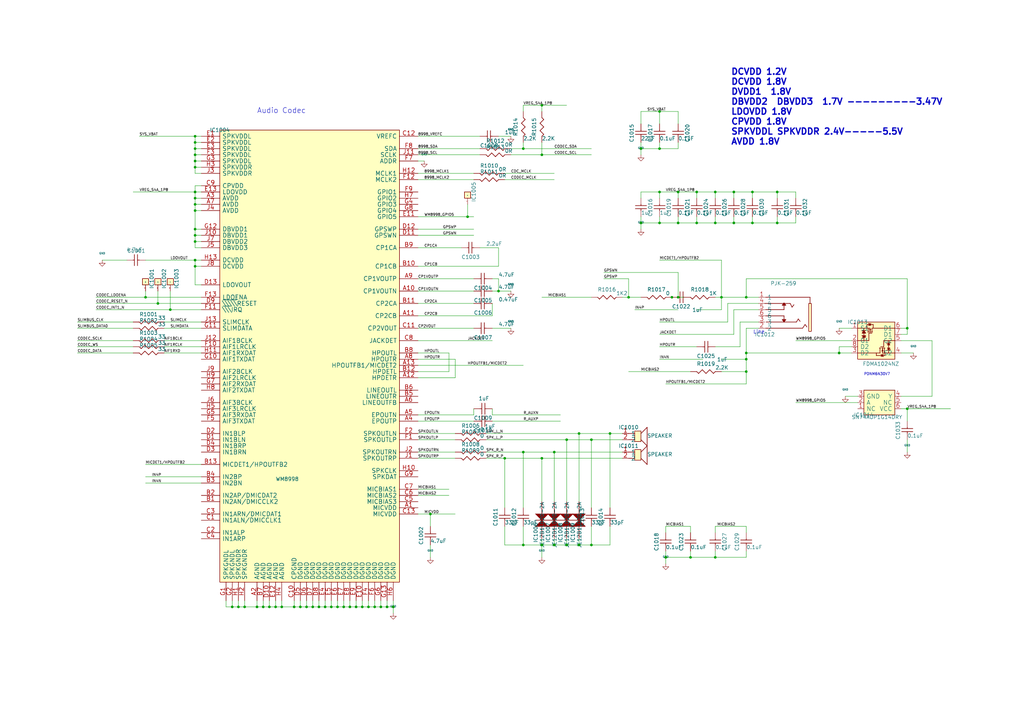
<source format=kicad_sch>
(kicad_sch (version 20211123) (generator eeschema)
  (paper "A3")
  (junction (at 293.37 228.6))
  (junction (at 80.01 83.82))
  (junction (at 232.41 223.52))
  (junction (at 214.63 223.52))
  (junction (at 257.81 121.92))
  (junction (at 59.69 121.92))
  (junction (at 115.57 248.92))
  (junction (at 295.91 121.92))
  (junction (at 306.07 121.92))
  (junction (at 318.77 91.44))
  (junction (at 158.75 248.92))
  (junction (at 270.51 91.44))
  (junction (at 80.01 63.5))
  (junction (at 123.19 248.92))
  (junction (at 214.63 185.42))
  (junction (at 80.01 109.22))
  (junction (at 176.53 210.82))
  (junction (at 156.21 248.92))
  (junction (at 95.25 248.92))
  (junction (at 232.41 180.34))
  (junction (at 130.81 248.92))
  (junction (at 80.01 93.98))
  (junction (at 262.89 91.44))
  (junction (at 204.47 119.38))
  (junction (at 120.65 248.92))
  (junction (at 80.01 81.28))
  (junction (at 262.89 60.96))
  (junction (at 250.19 177.8))
  (junction (at 300.99 91.44))
  (junction (at 222.25 187.96))
  (junction (at 140.97 248.92))
  (junction (at 293.37 91.44))
  (junction (at 270.51 45.72))
  (junction (at 153.67 248.92))
  (junction (at 113.03 248.92))
  (junction (at 138.43 248.92))
  (junction (at 146.05 248.92))
  (junction (at 222.25 63.5))
  (junction (at 133.35 248.92))
  (junction (at 237.49 177.8))
  (junction (at 80.01 60.96))
  (junction (at 372.11 167.64))
  (junction (at 125.73 248.92))
  (junction (at 270.51 78.74))
  (junction (at 285.75 78.74))
  (junction (at 107.95 248.92))
  (junction (at 273.05 228.6))
  (junction (at 270.51 60.96))
  (junction (at 306.07 152.4))
  (junction (at 242.57 223.52))
  (junction (at 80.01 86.36))
  (junction (at 278.13 78.74))
  (junction (at 278.13 91.44))
  (junction (at 227.33 223.52))
  (junction (at 222.25 223.52))
  (junction (at 344.17 144.78))
  (junction (at 105.41 248.92))
  (junction (at 308.61 91.44))
  (junction (at 293.37 78.74))
  (junction (at 64.77 124.46))
  (junction (at 80.01 99.06))
  (junction (at 80.01 66.04))
  (junction (at 143.51 248.92))
  (junction (at 207.01 187.96))
  (junction (at 237.49 223.52))
  (junction (at 135.89 248.92))
  (junction (at 80.01 55.88))
  (junction (at 80.01 68.58))
  (junction (at 283.21 228.6))
  (junction (at 306.07 144.78))
  (junction (at 80.01 58.42))
  (junction (at 151.13 248.92))
  (junction (at 306.07 147.32))
  (junction (at 100.33 248.92))
  (junction (at 191.77 88.9))
  (junction (at 128.27 248.92))
  (junction (at 80.01 106.68))
  (junction (at 227.33 185.42))
  (junction (at 97.79 248.92))
  (junction (at 161.29 248.92))
  (junction (at 318.77 78.74))
  (junction (at 278.13 121.92))
  (junction (at 222.25 43.18))
  (junction (at 242.57 180.34))
  (junction (at 110.49 248.92))
  (junction (at 69.85 127))
  (junction (at 275.59 121.92))
  (junction (at 285.75 91.44))
  (junction (at 300.99 78.74))
  (junction (at 80.01 96.52))
  (junction (at 80.01 78.74))
  (junction (at 372.11 134.62))
  (junction (at 148.59 248.92))
  (junction (at 308.61 78.74))
  (junction (at 214.63 60.96))
  (wire (pts (xy 306.07 226.06) (xy 306.07 228.6)))
  (wire (pts (xy 285.75 88.9) (xy 285.75 91.44)))
  (wire (pts (xy 250.19 177.8) (xy 237.49 177.8)))
  (wire (pts (xy 95.25 248.92) (xy 95.25 246.38)))
  (wire (pts (xy 80.01 86.36) (xy 80.01 93.98)))
  (wire (pts (xy 59.69 198.12) (xy 82.55 198.12)))
  (wire (pts (xy 270.51 142.24) (xy 285.75 142.24)))
  (wire (pts (xy 135.89 248.92) (xy 133.35 248.92)))
  (wire (pts (xy 227.33 220.98) (xy 227.33 223.52)))
  (wire (pts (xy 278.13 45.72) (xy 270.51 45.72)))
  (wire (pts (xy 186.69 210.82) (xy 176.53 210.82)))
  (wire (pts (xy 191.77 88.9) (xy 171.45 88.9)))
  (wire (pts (xy 148.59 248.92) (xy 148.59 246.38)))
  (wire (pts (xy 270.51 147.32) (xy 288.29 147.32)))
  (wire (pts (xy 64.77 124.46) (xy 39.37 124.46)))
  (wire (pts (xy 196.85 101.6) (xy 204.47 101.6)))
  (wire (pts (xy 133.35 248.92) (xy 133.35 246.38)))
  (wire (pts (xy 133.35 248.92) (xy 130.81 248.92)))
  (wire (pts (xy 222.25 58.42) (xy 222.25 63.5)))
  (wire (pts (xy 80.01 68.58) (xy 80.01 66.04)))
  (wire (pts (xy 270.51 137.16) (xy 300.99 137.16)))
  (wire (pts (xy 201.93 124.46) (xy 201.93 129.54)))
  (wire (pts (xy 237.49 177.8) (xy 237.49 205.74)))
  (wire (pts (xy 227.33 223.52) (xy 232.41 223.52)))
  (wire (pts (xy 278.13 60.96) (xy 270.51 60.96)))
  (wire (pts (xy 80.01 68.58) (xy 82.55 68.58)))
  (wire (pts (xy 80.01 101.6) (xy 82.55 101.6)))
  (wire (pts (xy 318.77 78.74) (xy 326.39 78.74)))
  (wire (pts (xy 295.91 147.32) (xy 306.07 147.32)))
  (wire (pts (xy 80.01 55.88) (xy 80.01 58.42)))
  (wire (pts (xy 82.55 127) (xy 69.85 127)))
  (wire (pts (xy 128.27 248.92) (xy 128.27 246.38)))
  (wire (pts (xy 82.55 106.68) (xy 80.01 106.68)))
  (wire (pts (xy 382.27 162.56) (xy 369.57 162.56)))
  (wire (pts (xy 242.57 63.5) (xy 222.25 63.5)))
  (wire (pts (xy 278.13 50.8) (xy 278.13 45.72)))
  (wire (pts (xy 300.99 88.9) (xy 300.99 91.44)))
  (wire (pts (xy 171.45 147.32) (xy 186.69 147.32)))
  (wire (pts (xy 237.49 223.52) (xy 242.57 223.52)))
  (wire (pts (xy 278.13 88.9) (xy 278.13 91.44)))
  (wire (pts (xy 100.33 248.92) (xy 100.33 246.38)))
  (wire (pts (xy 194.31 93.98) (xy 171.45 93.98)))
  (wire (pts (xy 80.01 96.52) (xy 82.55 96.52)))
  (wire (pts (xy 278.13 121.92) (xy 275.59 121.92)))
  (wire (pts (xy 171.45 60.96) (xy 196.85 60.96)))
  (wire (pts (xy 222.25 63.5) (xy 209.55 63.5)))
  (wire (pts (xy 115.57 248.92) (xy 115.57 246.38)))
  (wire (pts (xy 278.13 58.42) (xy 278.13 60.96)))
  (wire (pts (xy 222.25 187.96) (xy 207.01 187.96)))
  (wire (pts (xy 194.31 170.18) (xy 171.45 170.18)))
  (wire (pts (xy 161.29 248.92) (xy 158.75 248.92)))
  (wire (pts (xy 308.61 78.74) (xy 318.77 78.74)))
  (wire (pts (xy 146.05 248.92) (xy 146.05 246.38)))
  (wire (pts (xy 344.17 134.62) (xy 349.25 134.62)))
  (wire (pts (xy 270.51 45.72) (xy 270.51 50.8)))
  (wire (pts (xy 140.97 248.92) (xy 140.97 246.38)))
  (wire (pts (xy 204.47 55.88) (xy 209.55 55.88)))
  (wire (pts (xy 270.51 78.74) (xy 278.13 78.74)))
  (wire (pts (xy 293.37 78.74) (xy 293.37 81.28)))
  (wire (pts (xy 105.41 248.92) (xy 105.41 246.38)))
  (wire (pts (xy 100.33 248.92) (xy 97.79 248.92)))
  (wire (pts (xy 273.05 228.6) (xy 273.05 231.14)))
  (wire (pts (xy 293.37 226.06) (xy 293.37 228.6)))
  (wire (pts (xy 214.63 223.52) (xy 207.01 223.52)))
  (wire (pts (xy 300.99 78.74) (xy 300.99 81.28)))
  (wire (pts (xy 171.45 66.04) (xy 173.99 66.04)))
  (wire (pts (xy 382.27 139.7) (xy 382.27 162.56)))
  (wire (pts (xy 82.55 71.12) (xy 80.01 71.12)))
  (wire (pts (xy 270.51 45.72) (xy 262.89 45.72)))
  (wire (pts (xy 151.13 248.92) (xy 148.59 248.92)))
  (wire (pts (xy 306.07 144.78) (xy 306.07 147.32)))
  (wire (pts (xy 80.01 96.52) (xy 80.01 99.06)))
  (wire (pts (xy 250.19 177.8) (xy 250.19 208.28)))
  (wire (pts (xy 67.31 134.62) (xy 82.55 134.62)))
  (wire (pts (xy 280.67 121.92) (xy 278.13 121.92)))
  (wire (pts (xy 374.65 144.78) (xy 369.57 144.78)))
  (wire (pts (xy 283.21 228.6) (xy 273.05 228.6)))
  (wire (pts (xy 255.27 187.96) (xy 222.25 187.96)))
  (wire (pts (xy 64.77 119.38) (xy 64.77 124.46)))
  (wire (pts (xy 207.01 187.96) (xy 199.39 187.96)))
  (wire (pts (xy 82.55 76.2) (xy 80.01 76.2)))
  (wire (pts (xy 80.01 76.2) (xy 80.01 78.74)))
  (wire (pts (xy 283.21 228.6) (xy 283.21 226.06)))
  (wire (pts (xy 306.07 114.3) (xy 372.11 114.3)))
  (wire (pts (xy 372.11 167.64) (xy 369.57 167.64)))
  (wire (pts (xy 227.33 185.42) (xy 214.63 185.42)))
  (wire (pts (xy 372.11 114.3) (xy 372.11 134.62)))
  (wire (pts (xy 143.51 248.92) (xy 143.51 246.38)))
  (wire (pts (xy 171.45 129.54) (xy 201.93 129.54)))
  (wire (pts (xy 207.01 71.12) (xy 227.33 71.12)))
  (wire (pts (xy 151.13 248.92) (xy 151.13 246.38)))
  (wire (pts (xy 171.45 203.2) (xy 184.15 203.2)))
  (wire (pts (xy 143.51 248.92) (xy 140.97 248.92)))
  (wire (pts (xy 80.01 106.68) (xy 59.69 106.68)))
  (wire (pts (xy 295.91 127) (xy 285.75 127)))
  (wire (pts (xy 270.51 78.74) (xy 270.51 81.28)))
  (wire (pts (xy 326.39 165.1) (xy 351.79 165.1)))
  (wire (pts (xy 92.71 248.92) (xy 92.71 246.38)))
  (wire (pts (xy 285.75 91.44) (xy 278.13 91.44)))
  (wire (pts (xy 194.31 114.3) (xy 171.45 114.3)))
  (wire (pts (xy 120.65 248.92) (xy 115.57 248.92)))
  (wire (pts (xy 120.65 246.38) (xy 120.65 248.92)))
  (wire (pts (xy 107.95 248.92) (xy 105.41 248.92)))
  (wire (pts (xy 293.37 88.9) (xy 293.37 91.44)))
  (wire (pts (xy 300.99 91.44) (xy 293.37 91.44)))
  (wire (pts (xy 80.01 63.5) (xy 80.01 60.96)))
  (wire (pts (xy 207.01 187.96) (xy 207.01 208.28)))
  (wire (pts (xy 306.07 157.48) (xy 273.05 157.48)))
  (wire (pts (xy 214.63 185.42) (xy 199.39 185.42)))
  (wire (pts (xy 369.57 139.7) (xy 382.27 139.7)))
  (wire (pts (xy 247.65 114.3) (xy 257.81 114.3)))
  (wire (pts (xy 262.89 78.74) (xy 270.51 78.74)))
  (wire (pts (xy 113.03 248.92) (xy 113.03 246.38)))
  (wire (pts (xy 344.17 144.78) (xy 306.07 144.78)))
  (wire (pts (xy 207.01 223.52) (xy 207.01 215.9)))
  (wire (pts (xy 214.63 215.9) (xy 214.63 223.52)))
  (wire (pts (xy 158.75 248.92) (xy 156.21 248.92)))
  (wire (pts (xy 232.41 223.52) (xy 237.49 223.52)))
  (wire (pts (xy 31.75 139.7) (xy 54.61 139.7)))
  (wire (pts (xy 295.91 152.4) (xy 306.07 152.4)))
  (wire (pts (xy 255.27 177.8) (xy 250.19 177.8)))
  (wire (pts (xy 138.43 248.92) (xy 135.89 248.92)))
  (wire (pts (xy 80.01 55.88) (xy 57.15 55.88)))
  (wire (pts (xy 80.01 66.04) (xy 82.55 66.04)))
  (wire (pts (xy 295.91 121.92) (xy 293.37 121.92)))
  (wire (pts (xy 306.07 147.32) (xy 306.07 152.4)))
  (wire (pts (xy 176.53 223.52) (xy 176.53 228.6)))
  (wire (pts (xy 130.81 248.92) (xy 130.81 246.38)))
  (wire (pts (xy 186.69 180.34) (xy 171.45 180.34)))
  (wire (pts (xy 308.61 91.44) (xy 300.99 91.44)))
  (wire (pts (xy 199.39 177.8) (xy 237.49 177.8)))
  (wire (pts (xy 31.75 132.08) (xy 54.61 132.08)))
  (wire (pts (xy 306.07 121.92) (xy 295.91 121.92)))
  (wire (pts (xy 80.01 116.84) (xy 82.55 116.84)))
  (wire (pts (xy 59.69 121.92) (xy 39.37 121.92)))
  (wire (pts (xy 201.93 167.64) (xy 201.93 170.18)))
  (wire (pts (xy 270.51 91.44) (xy 262.89 91.44)))
  (wire (pts (xy 191.77 88.9) (xy 191.77 83.82)))
  (wire (pts (xy 67.31 139.7) (xy 82.55 139.7)))
  (wire (pts (xy 273.05 215.9) (xy 283.21 215.9)))
  (wire (pts (xy 171.45 124.46) (xy 194.31 124.46)))
  (wire (pts (xy 82.55 78.74) (xy 80.01 78.74)))
  (wire (pts (xy 222.25 187.96) (xy 222.25 205.74)))
  (wire (pts (xy 82.55 124.46) (xy 64.77 124.46)))
  (wire (pts (xy 123.19 248.92) (xy 123.19 246.38)))
  (wire (pts (xy 283.21 218.44) (xy 283.21 215.9)))
  (wire (pts (xy 186.69 177.8) (xy 171.45 177.8)))
  (wire (pts (xy 326.39 81.28) (xy 326.39 78.74)))
  (wire (pts (xy 148.59 248.92) (xy 146.05 248.92)))
  (wire (pts (xy 232.41 180.34) (xy 199.39 180.34)))
  (wire (pts (xy 273.05 215.9) (xy 273.05 218.44)))
  (wire (pts (xy 232.41 43.18) (xy 222.25 43.18)))
  (wire (pts (xy 194.31 88.9) (xy 191.77 88.9)))
  (wire (pts (xy 242.57 215.9) (xy 242.57 223.52)))
  (wire (pts (xy 186.69 185.42) (xy 171.45 185.42)))
  (wire (pts (xy 262.89 58.42) (xy 262.89 60.96)))
  (wire (pts (xy 161.29 246.38) (xy 161.29 248.92)))
  (wire (pts (xy 237.49 220.98) (xy 237.49 223.52)))
  (wire (pts (xy 107.95 248.92) (xy 107.95 246.38)))
  (wire (pts (xy 300.99 78.74) (xy 308.61 78.74)))
  (wire (pts (xy 262.89 121.92) (xy 257.81 121.92)))
  (wire (pts (xy 158.75 248.92) (xy 158.75 246.38)))
  (wire (pts (xy 262.89 78.74) (xy 262.89 81.28)))
  (wire (pts (xy 194.31 167.64) (xy 194.31 170.18)))
  (wire (pts (xy 82.55 55.88) (xy 80.01 55.88)))
  (wire (pts (xy 306.07 134.62) (xy 306.07 144.78)))
  (wire (pts (xy 80.01 71.12) (xy 80.01 68.58)))
  (wire (pts (xy 204.47 114.3) (xy 204.47 119.38)))
  (wire (pts (xy 242.57 180.34) (xy 242.57 208.28)))
  (wire (pts (xy 262.89 91.44) (xy 262.89 93.98)))
  (wire (pts (xy 273.05 226.06) (xy 273.05 228.6)))
  (wire (pts (xy 303.53 132.08) (xy 311.15 132.08)))
  (wire (pts (xy 184.15 144.78) (xy 171.45 144.78)))
  (wire (pts (xy 344.17 142.24) (xy 344.17 144.78)))
  (wire (pts (xy 186.69 187.96) (xy 171.45 187.96)))
  (wire (pts (xy 306.07 121.92) (xy 306.07 114.3)))
  (wire (pts (xy 80.01 81.28) (xy 82.55 81.28)))
  (wire (pts (xy 270.51 60.96) (xy 262.89 60.96)))
  (wire (pts (xy 389.89 167.64) (xy 372.11 167.64)))
  (wire (pts (xy 115.57 248.92) (xy 113.03 248.92)))
  (wire (pts (xy 222.25 220.98) (xy 222.25 223.52)))
  (wire (pts (xy 201.93 172.72) (xy 229.87 172.72)))
  (wire (pts (xy 176.53 210.82) (xy 171.45 210.82)))
  (wire (pts (xy 95.25 248.92) (xy 92.71 248.92)))
  (wire (pts (xy 308.61 88.9) (xy 308.61 91.44)))
  (wire (pts (xy 171.45 63.5) (xy 196.85 63.5)))
  (wire (pts (xy 171.45 139.7) (xy 201.93 139.7)))
  (wire (pts (xy 262.89 88.9) (xy 262.89 91.44)))
  (wire (pts (xy 80.01 86.36) (xy 82.55 86.36)))
  (wire (pts (xy 204.47 109.22) (xy 171.45 109.22)))
  (wire (pts (xy 153.67 248.92) (xy 153.67 246.38)))
  (wire (pts (xy 306.07 152.4) (xy 306.07 157.48)))
  (wire (pts (xy 80.01 60.96) (xy 80.01 58.42)))
  (wire (pts (xy 255.27 180.34) (xy 242.57 180.34)))
  (wire (pts (xy 222.25 43.18) (xy 222.25 45.72)))
  (wire (pts (xy 326.39 88.9) (xy 326.39 91.44)))
  (wire (pts (xy 67.31 144.78) (xy 82.55 144.78)))
  (wire (pts (xy 298.45 124.46) (xy 298.45 132.08)))
  (wire (pts (xy 262.89 45.72) (xy 262.89 50.8)))
  (wire (pts (xy 80.01 93.98) (xy 82.55 93.98)))
  (wire (pts (xy 123.19 248.92) (xy 120.65 248.92)))
  (wire (pts (xy 306.07 228.6) (xy 293.37 228.6)))
  (wire (pts (xy 326.39 91.44) (xy 318.77 91.44)))
  (wire (pts (xy 171.45 200.66) (xy 184.15 200.66)))
  (wire (pts (xy 194.31 172.72) (xy 171.45 172.72)))
  (wire (pts (xy 214.63 60.96) (xy 209.55 60.96)))
  (wire (pts (xy 171.45 73.66) (xy 194.31 73.66)))
  (wire (pts (xy 270.51 106.68) (xy 295.91 106.68)))
  (wire (pts (xy 80.01 81.28) (xy 80.01 83.82)))
  (wire (pts (xy 171.45 119.38) (xy 194.31 119.38)))
  (wire (pts (xy 80.01 99.06) (xy 82.55 99.06)))
  (wire (pts (xy 306.07 218.44) (xy 306.07 215.9)))
  (wire (pts (xy 278.13 91.44) (xy 270.51 91.44)))
  (wire (pts (xy 153.67 248.92) (xy 151.13 248.92)))
  (wire (pts (xy 69.85 127) (xy 39.37 127)))
  (wire (pts (xy 257.81 121.92) (xy 255.27 121.92)))
  (wire (pts (xy 171.45 101.6) (xy 189.23 101.6)))
  (wire (pts (xy 257.81 114.3) (xy 257.81 121.92)))
  (wire (pts (xy 80.01 63.5) (xy 82.55 63.5)))
  (wire (pts (xy 262.89 60.96) (xy 262.89 63.5)))
  (wire (pts (xy 31.75 144.78) (xy 54.61 144.78)))
  (wire (pts (xy 242.57 180.34) (xy 232.41 180.34)))
  (wire (pts (xy 67.31 132.08) (xy 82.55 132.08)))
  (wire (pts (xy 303.53 142.24) (xy 303.53 132.08)))
  (wire (pts (xy 308.61 78.74) (xy 308.61 81.28)))
  (wire (pts (xy 285.75 78.74) (xy 293.37 78.74)))
  (wire (pts (xy 227.33 185.42) (xy 227.33 205.74)))
  (wire (pts (xy 135.89 248.92) (xy 135.89 246.38)))
  (wire (pts (xy 346.71 162.56) (xy 351.79 162.56)))
  (wire (pts (xy 372.11 137.16) (xy 369.57 137.16)))
  (wire (pts (xy 171.45 71.12) (xy 194.31 71.12)))
  (wire (pts (xy 80.01 58.42) (xy 82.55 58.42)))
  (wire (pts (xy 293.37 78.74) (xy 300.99 78.74)))
  (wire (pts (xy 186.69 147.32) (xy 186.69 154.94)))
  (wire (pts (xy 80.01 106.68) (xy 80.01 109.22)))
  (wire (pts (xy 285.75 78.74) (xy 285.75 81.28)))
  (wire (pts (xy 349.25 142.24) (xy 344.17 142.24)))
  (wire (pts (xy 222.25 223.52) (xy 222.25 228.6)))
  (wire (pts (xy 80.01 83.82) (xy 80.01 86.36)))
  (wire (pts (xy 146.05 248.92) (xy 143.51 248.92)))
  (wire (pts (xy 161.29 248.92) (xy 161.29 251.46)))
  (wire (pts (xy 369.57 134.62) (xy 372.11 134.62)))
  (wire (pts (xy 257.81 152.4) (xy 283.21 152.4)))
  (wire (pts (xy 232.41 180.34) (xy 232.41 205.74)))
  (wire (pts (xy 295.91 121.92) (xy 295.91 127)))
  (wire (pts (xy 97.79 248.92) (xy 97.79 246.38)))
  (wire (pts (xy 80.01 93.98) (xy 80.01 96.52)))
  (wire (pts (xy 140.97 248.92) (xy 138.43 248.92)))
  (wire (pts (xy 128.27 248.92) (xy 125.73 248.92)))
  (wire (pts (xy 201.93 134.62) (xy 209.55 134.62)))
  (wire (pts (xy 270.51 88.9) (xy 270.51 91.44)))
  (wire (pts (xy 278.13 111.76) (xy 278.13 121.92)))
  (wire (pts (xy 270.51 58.42) (xy 270.51 60.96)))
  (wire (pts (xy 250.19 223.52) (xy 250.19 215.9)))
  (wire (pts (xy 31.75 134.62) (xy 54.61 134.62)))
  (wire (pts (xy 318.77 91.44) (xy 308.61 91.44)))
  (wire (pts (xy 110.49 248.92) (xy 110.49 246.38)))
  (wire (pts (xy 59.69 119.38) (xy 59.69 121.92)))
  (wire (pts (xy 201.93 114.3) (xy 204.47 114.3)))
  (wire (pts (xy 209.55 119.38) (xy 204.47 119.38)))
  (wire (pts (xy 194.31 96.52) (xy 171.45 96.52)))
  (wire (pts (xy 201.93 170.18) (xy 229.87 170.18)))
  (wire (pts (xy 156.21 248.92) (xy 156.21 246.38)))
  (wire (pts (xy 97.79 248.92) (xy 95.25 248.92)))
  (wire (pts (xy 69.85 119.38) (xy 69.85 127)))
  (wire (pts (xy 204.47 101.6) (xy 204.47 109.22)))
  (wire (pts (xy 293.37 91.44) (xy 285.75 91.44)))
  (wire (pts (xy 232.41 220.98) (xy 232.41 223.52)))
  (wire (pts (xy 110.49 248.92) (xy 107.95 248.92)))
  (wire (pts (xy 293.37 142.24) (xy 303.53 142.24)))
  (wire (pts (xy 326.39 139.7) (xy 349.25 139.7)))
  (wire (pts (xy 171.45 55.88) (xy 196.85 55.88)))
  (wire (pts (xy 82.55 121.92) (xy 59.69 121.92)))
  (wire (pts (xy 186.69 154.94) (xy 171.45 154.94)))
  (wire (pts (xy 171.45 152.4) (xy 184.15 152.4)))
  (wire (pts (xy 67.31 142.24) (xy 82.55 142.24)))
  (wire (pts (xy 207.01 73.66) (xy 227.33 73.66)))
  (wire (pts (xy 80.01 99.06) (xy 80.01 101.6)))
  (wire (pts (xy 311.15 124.46) (xy 298.45 124.46)))
  (wire (pts (xy 278.13 78.74) (xy 285.75 78.74)))
  (wire (pts (xy 242.57 60.96) (xy 214.63 60.96)))
  (wire (pts (xy 31.75 142.24) (xy 54.61 142.24)))
  (wire (pts (xy 298.45 132.08) (xy 270.51 132.08)))
  (wire (pts (xy 255.27 185.42) (xy 227.33 185.42)))
  (wire (pts (xy 105.41 248.92) (xy 100.33 248.92)))
  (wire (pts (xy 176.53 210.82) (xy 176.53 215.9)))
  (wire (pts (xy 214.63 58.42) (xy 214.63 60.96)))
  (wire (pts (xy 138.43 248.92) (xy 138.43 246.38)))
  (wire (pts (xy 214.63 149.86) (xy 171.45 149.86)))
  (wire (pts (xy 222.25 43.18) (xy 214.63 43.18)))
  (wire (pts (xy 80.01 66.04) (xy 80.01 63.5)))
  (wire (pts (xy 222.25 121.92) (xy 242.57 121.92)))
  (wire (pts (xy 300.99 137.16) (xy 300.99 127)))
  (wire (pts (xy 318.77 91.44) (xy 318.77 88.9)))
  (wire (pts (xy 372.11 167.64) (xy 372.11 172.72)))
  (wire (pts (xy 41.91 106.68) (xy 52.07 106.68)))
  (wire (pts (xy 293.37 228.6) (xy 283.21 228.6)))
  (wire (pts (xy 125.73 248.92) (xy 123.19 248.92)))
  (wire (pts (xy 295.91 106.68) (xy 295.91 121.92)))
  (wire (pts (xy 222.25 223.52) (xy 214.63 223.52)))
  (wire (pts (xy 260.35 127) (xy 278.13 127)))
  (wire (pts (xy 349.25 144.78) (xy 344.17 144.78)))
  (wire (pts (xy 59.69 190.5) (xy 82.55 190.5)))
  (wire (pts (xy 278.13 81.28) (xy 278.13 78.74)))
  (wire (pts (xy 372.11 134.62) (xy 372.11 137.16)))
  (wire (pts (xy 214.63 185.42) (xy 214.63 208.28)))
  (wire (pts (xy 300.99 127) (xy 311.15 127)))
  (wire (pts (xy 372.11 180.34) (xy 372.11 185.42)))
  (wire (pts (xy 214.63 43.18) (xy 214.63 45.72)))
  (wire (pts (xy 80.01 83.82) (xy 82.55 83.82)))
  (wire (pts (xy 184.15 152.4) (xy 184.15 144.78)))
  (wire (pts (xy 227.33 223.52) (xy 222.25 223.52)))
  (wire (pts (xy 80.01 78.74) (xy 54.61 78.74)))
  (wire (pts (xy 293.37 215.9) (xy 306.07 215.9)))
  (wire (pts (xy 80.01 109.22) (xy 82.55 109.22)))
  (wire (pts (xy 293.37 215.9) (xy 293.37 218.44)))
  (wire (pts (xy 311.15 134.62) (xy 306.07 134.62)))
  (wire (pts (xy 80.01 109.22) (xy 80.01 116.84)))
  (wire (pts (xy 311.15 121.92) (xy 306.07 121.92)))
  (wire (pts (xy 80.01 60.96) (xy 82.55 60.96)))
  (wire (pts (xy 204.47 119.38) (xy 201.93 119.38)))
  (wire (pts (xy 59.69 195.58) (xy 82.55 195.58)))
  (wire (pts (xy 113.03 248.92) (xy 110.49 248.92)))
  (wire (pts (xy 125.73 248.92) (xy 125.73 246.38)))
  (wire (pts (xy 130.81 248.92) (xy 128.27 248.92)))
  (wire (pts (xy 80.01 78.74) (xy 80.01 81.28)))
  (wire (pts (xy 247.65 111.76) (xy 278.13 111.76)))
  (wire (pts (xy 242.57 223.52) (xy 250.19 223.52)))
  (wire (pts (xy 318.77 78.74) (xy 318.77 81.28)))
  (wire (pts (xy 171.45 134.62) (xy 194.31 134.62)))
  (wire (pts (xy 156.21 248.92) (xy 153.67 248.92)))
  (text "DCVDD 1.2V\nDCVDD 1.8V  \nDVDD1  1.8V  \nDBVDD2  DBVDD3  1.7V ---------3.47V  \nLDOVDD 1.8V  \nCPVDD 1.8V  \nSPKVDDL SPKVDDR 2.4V-----5.5V  \nAVDD 1.8V  " (at 299.72 59.69 0) (effects (font (size 2.54 2.54) (thickness 0.508) bold) (justify left bottom)))
  (text "PDNM6N30V7" (at 354.33 154.178 0) (effects (font (size 1.0668 1.0668)) (justify left bottom)))
  (text "Audio Codec" (at 105.41 46.736 0) (effects (font (size 2.1336 2.1336)) (justify left bottom)))
  (text "Line" (at 313.69 137.16 180) (effects (font (size 1.524 1.524)) (justify right bottom)))
  (label "GPSWP" (at 181.61 93.98 0) (effects (font (size 1.0668 1.0668))))
  (label "HPOUTFB1/MICDET2" (at 191.77 149.86 0) (effects (font (size 1.0668 1.0668))))
  (label "SPKOUTLP" (at 171.45 180.34 0) (effects (font (size 1.0668 1.0668))))
  (label "R_AUXP" (at 214.63 172.72 0) (effects (font (size 1.0668 1.0668))))
  (label "EPOUTN" (at 173.99 170.18 0) (effects (font (size 1.0668 1.0668))))
  (label "WM8998_GPIO5" (at 326.39 165.1 0) (effects (font (size 1.0668 1.0668))))
  (label "VREG_S4A_1P8" (at 273.05 78.74 0) (effects (font (size 1.0668 1.0668))))
  (label "HPOUTFB1/MICDET2" (at 273.05 157.48 0) (effects (font (size 1.0668 1.0668))))
  (label "CP1CA" (at 173.99 101.6 0) (effects (font (size 1.0668 1.0668))))
  (label "CODEC_RESET_N" (at 39.37 124.46 0) (effects (font (size 1.0668 1.0668))))
  (label "HPOUTR" (at 270.51 142.24 0) (effects (font (size 1.0668 1.0668))))
  (label "WM8998_GPIO5" (at 326.39 139.7 0) (effects (font (size 1.0668 1.0668))))
  (label "MICBIAS2" (at 171.45 203.2 0) (effects (font (size 1.0668 1.0668))))
  (label "SYS_VBAT" (at 57.15 55.88 0) (effects (font (size 1.0668 1.0668))))
  (label "IN4P" (at 260.35 127 0) (effects (font (size 1.0668 1.0668))))
  (label "CP2VOUT" (at 171.45 134.62 0) (effects (font (size 1.0668 1.0668))))
  (label "8998_MCLK1" (at 173.99 71.12 0) (effects (font (size 1.0668 1.0668))))
  (label "VREG_S4A_1P8" (at 57.15 78.74 0) (effects (font (size 1.0668 1.0668))))
  (label "SPK_L_N" (at 199.39 177.8 0) (effects (font (size 1.0668 1.0668))))
  (label "VREG_S4A_1P8" (at 372.11 167.64 0) (effects (font (size 1.0668 1.0668))))
  (label "MICVDD" (at 173.99 210.82 0) (effects (font (size 1.0668 1.0668))))
  (label "MICBIAS2" (at 294.132 215.9 0) (effects (font (size 1.0668 1.0668))))
  (label "CODEC_SCLK" (at 31.75 139.7 0) (effects (font (size 1.0668 1.0668))))
  (label "SPK_L_P" (at 199.39 180.34 0) (effects (font (size 1.0668 1.0668))))
  (label "CP2CA" (at 173.99 124.46 0) (effects (font (size 1.0668 1.0668))))
  (label "MICBIAS1" (at 273.05 215.9 0) (effects (font (size 1.0668 1.0668))))
  (label "8998_SCL" (at 171.45 63.5 0) (effects (font (size 1.0668 1.0668))))
  (label "CODEC_SDA" (at 227.33 60.96 0) (effects (font (size 1.0668 1.0668))))
  (label "SLIMBUS_DATA0" (at 31.75 134.62 0) (effects (font (size 1.0668 1.0668))))
  (label "VREG_S4A_1P8" (at 214.63 43.18 0) (effects (font (size 1.0668 1.0668))))
  (label "MICBIAS2" (at 262.89 152.4 0) (effects (font (size 1.0668 1.0668))))
  (label "SPKOUTLN" (at 171.45 177.8 0) (effects (font (size 1.0668 1.0668))))
  (label "CP1CB" (at 173.99 109.22 0) (effects (font (size 1.0668 1.0668))))
  (label "CODEC_WS" (at 31.75 142.24 0) (effects (font (size 1.0668 1.0668))))
  (label "MICDET1/HPOUTFB2" (at 270.51 106.68 0) (effects (font (size 1.0668 1.0668))))
  (label "SPKOUTRN" (at 171.45 185.42 0) (effects (font (size 1.0668 1.0668))))
  (label "CP1VOUTP" (at 171.45 114.3 0) (effects (font (size 1.0668 1.0668))))
  (label "MICBIAS1" (at 224.79 121.92 0) (effects (font (size 1.0668 1.0668))))
  (label "AIF1RCLK" (at 67.31 142.24 0) (effects (font (size 1.0668 1.0668))))
  (label "EPOUTP" (at 173.99 172.72 0) (effects (font (size 1.0668 1.0668))))
  (label "CODEC_INT1_N" (at 39.37 127 0) (effects (font (size 1.0668 1.0668))))
  (label "AIF1RXD" (at 67.31 144.78 0) (effects (font (size 1.0668 1.0668))))
  (label "IN4N" (at 270.51 147.32 0) (effects (font (size 1.0668 1.0668))))
  (label "HPOUTL" (at 173.99 144.78 0) (effects (font (size 1.0668 1.0668))))
  (label "CODEC_SCL" (at 227.33 63.5 0) (effects (font (size 1.0668 1.0668))))
  (label "LDOVOUT" (at 69.85 106.68 0) (effects (font (size 1.0668 1.0668))))
  (label "CP1VOUTN" (at 171.45 119.38 0) (effects (font (size 1.0668 1.0668))))
  (label "8998_SDA" (at 171.45 60.96 0) (effects (font (size 1.0668 1.0668))))
  (label "SPK_R_P" (at 199.39 187.96 0) (effects (font (size 1.0668 1.0668))))
  (label "CODEC_DATA" (at 31.75 144.78 0) (effects (font (size 1.0668 1.0668))))
  (label "GPSWN" (at 247.65 111.76 0) (effects (font (size 1.0668 1.0668))))
  (label "GPSWP" (at 247.65 114.3 0) (effects (font (size 1.0668 1.0668))))
  (label "SLIMBUS_CLK" (at 31.75 132.08 0) (effects (font (size 1.0668 1.0668))))
  (label "8998_MCLK2" (at 173.99 73.66 0) (effects (font (size 1.0668 1.0668))))
  (label "HPOUTL" (at 270.51 132.08 0) (effects (font (size 1.0668 1.0668))))
  (label "CODEC_MCLK" (at 209.55 73.66 0) (effects (font (size 1.0668 1.0668))))
  (label "IN4P" (at 62.23 195.58 0) (effects (font (size 1.0668 1.0668))))
  (label "MICBIAS1" (at 171.45 200.66 0) (effects (font (size 1.0668 1.0668))))
  (label "HPOUTR" (at 173.99 147.32 0) (effects (font (size 1.0668 1.0668))))
  (label "AIF1BCLK" (at 67.31 139.7 0) (effects (font (size 1.0668 1.0668))))
  (label "SLIMCLK" (at 69.85 132.08 0) (effects (font (size 1.0668 1.0668))))
  (label "R_AUXN" (at 214.63 170.18 0) (effects (font (size 1.0668 1.0668))))
  (label "SPKOUTRP" (at 171.45 187.96 0) (effects (font (size 1.0668 1.0668))))
  (label "JACKDET" (at 270.51 137.16 0) (effects (font (size 1.0668 1.0668))))
  (label "JACKDET" (at 191.77 139.7 0) (effects (font (size 1.0668 1.0668))))
  (label "SLIMDATA" (at 69.85 134.62 0) (effects (font (size 1.0668 1.0668))))
  (label "WM8998_GPIO5" (at 173.99 88.9 0) (effects (font (size 1.0668 1.0668))))
  (label "MICDET1/HPOUTFB2" (at 59.69 190.5 0) (effects (font (size 1.0668 1.0668))))
  (label "GPSWN" (at 181.61 96.52 0) (effects (font (size 1.0668 1.0668))))
  (label "CDC_MCLK" (at 209.55 71.12 0) (effects (font (size 1.0668 1.0668))))
  (label "CODEC_LDOENA" (at 39.37 121.92 0) (effects (font (size 1.0668 1.0668))))
  (label "8998_VREFC" (at 171.45 55.88 0) (effects (font (size 1.0668 1.0668))))
  (label "SPK_R_N" (at 199.39 185.42 0) (effects (font (size 1.0668 1.0668))))
  (label "CP2CB" (at 173.99 129.54 0) (effects (font (size 1.0668 1.0668))))
  (label "IN4N" (at 62.23 198.12 0) (effects (font (size 1.0668 1.0668))))
  (label "SYS_VBAT" (at 265.43 45.72 0) (effects (font (size 1.0668 1.0668))))
  (symbol (lib_id "WM8998-SchDoc-rescue:FDMA1024NZ-") (at 351.79 132.08 0) (unit 1)
    (property "Reference" "IC1013" (at 351.79 132.08 0) (effects (font (size 1.524 1.524))))
    (property "Value" "FDMA1024NZ" (at 353.822 150.114 0) (effects (font (size 1.524 1.524)) (justify left bottom)))
  )
  (symbol (lib_id "Wireless Video Glass:C") (at 369.57 175.26 0) (unit 1)
    (property "Reference" "C1033" (at 368.3 176.53 90) (effects (font (size 1.524 1.524))))
    (property "Value" "0.1uF" (at 372.11 179.578 0) (effects (font (size 1.524 1.524)) (justify left bottom)))
  )
  (symbol (lib_id "Wireless Video Glass:C") (at 280.67 53.34 0) (mirror y) (unit 1)
    (property "Reference" "C1020" (at 281.94 54.61 90) (effects (font (size 1.524 1.524))))
    (property "Value" "0.1uF" (at 278.13 57.658 0) (effects (font (size 1.524 1.524)) (justify right bottom)))
  )
  (symbol (lib_id "WM8998-SchDoc-rescue:SPEAKER-") (at 257.81 182.88 0) (unit 1)
    (property "Reference" "IC1011" (at 257.81 182.88 0) (effects (font (size 1.524 1.524))))
    (property "Value" "SPEAKER" (at 265.43 187.198 0) (effects (font (size 1.524 1.524)) (justify left bottom)))
  )
  (symbol (lib_id "Wireless Video Glass:R") (at 207.01 60.96 270) (unit 1)
    (property "Reference" "R1013" (at 203.2 60.325 90) (effects (font (size 1.524 1.524))))
    (property "Value" "0R" (at 207.01 62.738 90) (effects (font (size 1.524 1.524)) (justify left bottom)))
  )
  (symbol (lib_id "Wireless Video Glass:C") (at 199.39 170.18 270) (mirror x) (unit 1)
    (property "Reference" "C1009" (at 198.12 171.45 90) (effects (font (size 1.524 1.524))))
    (property "Value" "1uF" (at 200.66 162.56 90) (effects (font (size 1.524 1.524)) (justify right bottom)))
  )
  (symbol (lib_id "Wireless Video Glass:C") (at 247.65 210.82 0) (unit 1)
    (property "Reference" "C1014" (at 246.38 212.09 90) (effects (font (size 1.524 1.524))))
    (property "Value" "33pF" (at 250.19 215.138 0) (effects (font (size 1.524 1.524)) (justify left bottom)))
  )
  (symbol (lib_id "Wireless Video Glass:R") (at 64.77 137.16 270) (unit 1)
    (property "Reference" "R1003" (at 60.96 136.525 90) (effects (font (size 1.524 1.524))))
    (property "Value" "33" (at 64.77 138.938 90) (effects (font (size 1.524 1.524)) (justify left bottom)))
  )
  (symbol (lib_id "WM8998-SchDoc-rescue:SN74AUP1G14DSF-") (at 354.33 170.18 0) (mirror x) (unit 1)
    (property "Reference" "IC1014" (at 354.33 170.18 0) (effects (font (size 1.524 1.524))))
    (property "Value" "SN74AUP1G14DRY" (at 349.25 171.958 0) (effects (font (size 1.524 1.524)) (justify left top)))
  )
  (symbol (lib_id "Wireless Video Glass:C") (at 290.83 144.78 270) (mirror x) (unit 1)
    (property "Reference" "C1025" (at 289.56 146.05 90) (effects (font (size 1.524 1.524))))
    (property "Value" "1uF" (at 298.45 146.558 90) (effects (font (size 1.524 1.524)) (justify right bottom)))
  )
  (symbol (lib_id "Wireless Video Glass:R") (at 293.37 149.86 270) (unit 1)
    (property "Reference" "R1019" (at 289.56 149.225 90) (effects (font (size 1.524 1.524))))
    (property "Value" "2.2K" (at 293.37 151.638 90) (effects (font (size 1.524 1.524)) (justify left bottom)))
  )
  (symbol (lib_id "Wireless Video Glass:C") (at 196.85 137.16 90) (unit 1)
    (property "Reference" "C1007" (at 198.12 138.43 90) (effects (font (size 1.524 1.524))))
    (property "Value" "4.7uF" (at 204.47 133.858 90) (effects (font (size 1.524 1.524)) (justify right top)))
  )
  (symbol (lib_id "Wireless Video Glass:C") (at 295.91 220.98 0) (mirror y) (unit 1)
    (property "Reference" "C1027" (at 297.18 222.25 90) (effects (font (size 1.524 1.524))))
    (property "Value" "0.1uF" (at 293.37 225.298 0) (effects (font (size 1.524 1.524)) (justify right bottom)))
  )
  (symbol (lib_id "Wireless Video Glass:R") (at 64.77 132.08 270) (unit 1)
    (property "Reference" "R1002" (at 60.96 131.445 90) (effects (font (size 1.524 1.524))))
    (property "Value" "33" (at 64.77 133.858 90) (effects (font (size 1.524 1.524)) (justify left bottom)))
  )
  (symbol (lib_id "Wireless Video Glass:C") (at 54.61 104.14 90) (mirror x) (unit 1)
    (property "Reference" "C1001" (at 55.88 102.87 90) (effects (font (size 1.524 1.524))))
    (property "Value" "4.7uF" (at 58.42 101.6 90) (effects (font (size 1.524 1.524)) (justify left top)))
  )
  (symbol (lib_id "Wireless Video Glass:C") (at 265.43 83.82 0) (mirror y) (unit 1)
    (property "Reference" "C1016" (at 266.7 85.09 90) (effects (font (size 1.524 1.524))))
    (property "Value" "1uF" (at 262.89 88.138 0) (effects (font (size 1.524 1.524)) (justify right bottom)))
  )
  (symbol (lib_id "WM8998-SchDoc-rescue:WM8998-") (at 90.17 53.34 0) (unit 1)
    (property "Reference" "IC1004" (at 90.17 53.34 0) (effects (font (size 1.524 1.524))))
    (property "Value" "WM8998" (at 113.03 197.358 0) (effects (font (size 1.524 1.524)) (justify left bottom)))
  )
  (symbol (lib_id "Wireless Video Glass:R") (at 204.47 71.12 270) (unit 1)
    (property "Reference" "R1011" (at 200.66 70.485 90) (effects (font (size 1.524 1.524))))
    (property "Value" "0R" (at 204.47 72.898 90) (effects (font (size 1.524 1.524)) (justify left bottom)))
  )
  (symbol (lib_id "Wireless Video Glass:C") (at 321.31 83.82 0) (mirror y) (unit 1)
    (property "Reference" "C1031" (at 322.58 85.09 90) (effects (font (size 1.524 1.524))))
    (property "Value" "0.1uF" (at 318.77 88.138 0) (effects (font (size 1.524 1.524)) (justify right bottom)))
  )
  (symbol (lib_id "Wireless Video Glass:C") (at 273.05 83.82 0) (mirror y) (unit 1)
    (property "Reference" "C1019" (at 274.32 85.09 90) (effects (font (size 1.524 1.524))))
    (property "Value" "1uF" (at 270.51 88.138 0) (effects (font (size 1.524 1.524)) (justify right bottom)))
  )
  (symbol (lib_id "Wireless Video Glass:R") (at 64.77 129.54 270) (unit 1)
    (property "Reference" "R1001" (at 60.96 128.905 90) (effects (font (size 1.524 1.524))))
    (property "Value" "33" (at 64.77 131.318 90) (effects (font (size 1.524 1.524)) (justify left bottom)))
  )
  (symbol (lib_id "WM8998-SchDoc-rescue:DIODE_1-") (at 219.71 218.44 90) (unit 1)
    (property "Reference" "IC1006" (at 219.71 218.44 0) (effects (font (size 1.524 1.524))))
    (property "Value" "JE12B1LD20-2A" (at 221.488 205.7908 0) (effects (font (size 1.524 1.524)) (justify right top)))
  )
  (symbol (lib_id "Wireless Video Glass:C") (at 196.85 127 90) (unit 1)
    (property "Reference" "C1006" (at 198.12 128.27 90) (effects (font (size 1.524 1.524))))
    (property "Value" "0.47uF" (at 204.47 123.698 90) (effects (font (size 1.524 1.524)) (justify right top)))
  )
  (symbol (lib_id "Wireless Video Glass:C") (at 311.15 83.82 0) (mirror y) (unit 1)
    (property "Reference" "C1030" (at 312.42 85.09 90) (effects (font (size 1.524 1.524))))
    (property "Value" "0.1uF" (at 308.61 88.138 0) (effects (font (size 1.524 1.524)) (justify right bottom)))
  )
  (symbol (lib_id "WM8998-SchDoc-rescue:T_POINT_S-") (at 67.31 114.3 270) (unit 1)
    (property "Reference" "IC1002" (at 67.31 114.3 0) (effects (font (size 1.524 1.524))))
  )
  (symbol (lib_id "WM8998-SchDoc-rescue:DIODE_1-") (at 229.87 218.44 90) (unit 1)
    (property "Reference" "IC1008" (at 229.87 218.44 0) (effects (font (size 1.524 1.524))))
    (property "Value" "JE12B1LD20-2A" (at 231.648 205.7908 0) (effects (font (size 1.524 1.524)) (justify right top)))
  )
  (symbol (lib_id "Wireless Video Glass:C") (at 280.67 83.82 0) (mirror y) (unit 1)
    (property "Reference" "C1021" (at 281.94 85.09 90) (effects (font (size 1.524 1.524))))
    (property "Value" "0.1uF" (at 278.13 88.138 0) (effects (font (size 1.524 1.524)) (justify right bottom)))
  )
  (symbol (lib_id "Wireless Video Glass:C") (at 260.35 53.34 0) (unit 1)
    (property "Reference" "C1015" (at 259.08 54.61 90) (effects (font (size 1.524 1.524))))
    (property "Value" "22uF" (at 262.89 57.658 0) (effects (font (size 1.524 1.524)) (justify left bottom)))
  )
  (symbol (lib_id "WM8998-SchDoc-rescue:DIODE_1-") (at 234.95 218.44 90) (unit 1)
    (property "Reference" "IC1009" (at 234.95 218.44 0) (effects (font (size 1.524 1.524))))
    (property "Value" "JE12B1LD20-2A" (at 236.728 205.7908 0) (effects (font (size 1.524 1.524)) (justify right top)))
  )
  (symbol (lib_id "Wireless Video Glass:C") (at 173.99 218.44 0) (unit 1)
    (property "Reference" "C1002" (at 172.72 219.71 90) (effects (font (size 1.524 1.524))))
    (property "Value" "4.7uF" (at 176.53 222.758 0) (effects (font (size 1.524 1.524)) (justify left bottom)))
  )
  (symbol (lib_id "Wireless Video Glass:C") (at 328.93 83.82 0) (mirror y) (unit 1)
    (property "Reference" "C1032" (at 330.2 85.09 90) (effects (font (size 1.524 1.524))))
    (property "Value" "0.1uF" (at 326.39 88.138 0) (effects (font (size 1.524 1.524)) (justify right bottom)))
  )
  (symbol (lib_id "Wireless Video Glass:R") (at 64.77 139.7 270) (unit 1)
    (property "Reference" "R1004" (at 60.96 139.065 90) (effects (font (size 1.524 1.524))))
    (property "Value" "33" (at 64.77 141.478 90) (effects (font (size 1.524 1.524)) (justify left bottom)))
  )
  (symbol (lib_id "Wireless Video Glass:C") (at 191.77 104.14 90) (unit 1)
    (property "Reference" "C1003" (at 193.04 105.41 90) (effects (font (size 1.524 1.524))))
    (property "Value" "2.2uF" (at 199.39 100.838 90) (effects (font (size 1.524 1.524)) (justify right top)))
  )
  (symbol (lib_id "Wireless Video Glass:C") (at 212.09 210.82 0) (unit 1)
    (property "Reference" "C1012" (at 210.82 212.09 90) (effects (font (size 1.524 1.524))))
    (property "Value" "33pF" (at 214.63 215.138 0) (effects (font (size 1.524 1.524)) (justify left bottom)))
  )
  (symbol (lib_id "Wireless Video Glass:C") (at 288.29 83.82 0) (mirror y) (unit 1)
    (property "Reference" "C1024" (at 289.56 85.09 90) (effects (font (size 1.524 1.524))))
    (property "Value" "0.1uF" (at 285.75 88.138 0) (effects (font (size 1.524 1.524)) (justify right bottom)))
  )
  (symbol (lib_id "WM8998-SchDoc-rescue:T_POINT_S-") (at 72.39 114.3 270) (unit 1)
    (property "Reference" "IC1003" (at 72.39 114.3 0) (effects (font (size 1.524 1.524))))
  )
  (symbol (lib_id "Wireless Video Glass:C") (at 199.39 175.26 270) (mirror x) (unit 1)
    (property "Reference" "C1010" (at 198.12 176.53 90) (effects (font (size 1.524 1.524))))
    (property "Value" "1uF" (at 203.2 173.99 90) (effects (font (size 1.524 1.524)) (justify right bottom)))
  )
  (symbol (lib_id "Wireless Video Glass:R") (at 212.09 48.26 0) (unit 1)
    (property "Reference" "R1014" (at 211.455 52.07 90) (effects (font (size 1.524 1.524))))
    (property "Value" "2.2K" (at 214.63 57.658 0) (effects (font (size 1.524 1.524)) (justify left bottom)))
  )
  (symbol (lib_id "Wireless Video Glass:C") (at 303.53 83.82 0) (mirror y) (unit 1)
    (property "Reference" "C1028" (at 304.8 85.09 90) (effects (font (size 1.524 1.524))))
    (property "Value" "0.1uF" (at 300.99 88.138 0) (effects (font (size 1.524 1.524)) (justify right bottom)))
  )
  (symbol (lib_id "Wireless Video Glass:C") (at 204.47 210.82 0) (unit 1)
    (property "Reference" "C1011" (at 203.2 212.09 90) (effects (font (size 1.524 1.524))))
    (property "Value" "33pF" (at 207.01 215.138 0) (effects (font (size 1.524 1.524)) (justify left bottom)))
  )
  (symbol (lib_id "Wireless Video Glass:R") (at 196.85 175.26 270) (unit 1)
    (property "Reference" "R1006" (at 193.04 174.625 90) (effects (font (size 1.524 1.524))))
    (property "Value" "0" (at 196.85 177.038 90) (effects (font (size 1.524 1.524)) (justify left bottom)))
  )
  (symbol (lib_id "Wireless Video Glass:C") (at 303.53 220.98 0) (unit 1)
    (property "Reference" "C1029" (at 302.26 222.25 90) (effects (font (size 1.524 1.524))))
    (property "Value" "0.1uF" (at 306.07 225.298 0) (effects (font (size 1.524 1.524)) (justify left bottom)))
  )
  (symbol (lib_id "Wireless Video Glass:R") (at 196.85 182.88 270) (unit 1)
    (property "Reference" "R1008" (at 193.04 182.245 90) (effects (font (size 1.524 1.524))))
    (property "Value" "0" (at 196.85 184.658 90) (effects (font (size 1.524 1.524)) (justify left bottom)))
  )
  (symbol (lib_id "Wireless Video Glass:C") (at 196.85 121.92 90) (unit 1)
    (property "Reference" "C1005" (at 198.12 123.19 90) (effects (font (size 1.524 1.524))))
    (property "Value" "4.7uF" (at 204.47 118.618 90) (effects (font (size 1.524 1.524)) (justify right top)))
  )
  (symbol (lib_id "Wireless Video Glass:C") (at 280.67 220.98 0) (unit 1)
    (property "Reference" "C1023" (at 279.4 222.25 90) (effects (font (size 1.524 1.524))))
    (property "Value" "0.1uF" (at 283.21 225.298 0) (effects (font (size 1.524 1.524)) (justify left bottom)))
  )
  (symbol (lib_id "Wireless Video Glass:R") (at 196.85 177.8 270) (unit 1)
    (property "Reference" "R1007" (at 193.04 177.165 90) (effects (font (size 1.524 1.524))))
    (property "Value" "0" (at 196.85 179.578 90) (effects (font (size 1.524 1.524)) (justify left bottom)))
  )
  (symbol (lib_id "WM8998-SchDoc-rescue:SPEAKER-") (at 257.81 175.26 0) (unit 1)
    (property "Reference" "IC1010" (at 257.81 175.26 0) (effects (font (size 1.524 1.524))))
    (property "Value" "SPEAKER" (at 265.43 179.578 0) (effects (font (size 1.524 1.524)) (justify left bottom)))
  )
  (symbol (lib_id "Wireless Video Glass:R") (at 196.85 185.42 270) (unit 1)
    (property "Reference" "R1009" (at 193.04 184.785 90) (effects (font (size 1.524 1.524))))
    (property "Value" "0" (at 196.85 187.198 90) (effects (font (size 1.524 1.524)) (justify left bottom)))
  )
  (symbol (lib_id "Wireless Video Glass:C") (at 270.51 220.98 0) (unit 1)
    (property "Reference" "C1018" (at 269.24 222.25 90) (effects (font (size 1.524 1.524))))
    (property "Value" "0.1uF" (at 273.05 225.298 0) (effects (font (size 1.524 1.524)) (justify left bottom)))
  )
  (symbol (lib_id "Wireless Video Glass:R") (at 219.71 48.26 0) (unit 1)
    (property "Reference" "R1015" (at 219.075 52.07 90) (effects (font (size 1.524 1.524))))
    (property "Value" "2.2K" (at 222.25 57.658 0) (effects (font (size 1.524 1.524)) (justify left bottom)))
  )
  (symbol (lib_id "Wireless Video Glass:C") (at 280.67 124.46 270) (mirror x) (unit 1)
    (property "Reference" "C1022" (at 279.4 125.73 90) (effects (font (size 1.524 1.524))))
    (property "Value" "1uF" (at 288.29 126.238 90) (effects (font (size 1.524 1.524)) (justify right bottom)))
  )
  (symbol (lib_id "WM8998-SchDoc-rescue:T_POINT_S-") (at 194.31 78.74 270) (unit 1)
    (property "Reference" "IC1005" (at 194.31 78.74 0) (effects (font (size 1.524 1.524))))
  )
  (symbol (lib_id "WM8998-SchDoc-rescue:DIODE_1-") (at 224.79 218.44 90) (unit 1)
    (property "Reference" "IC1007" (at 224.79 218.44 0) (effects (font (size 1.524 1.524))))
    (property "Value" "JE12B1LD20-2A" (at 226.568 205.7908 0) (effects (font (size 1.524 1.524)) (justify right top)))
  )
  (symbol (lib_id "Wireless Video Glass:R") (at 252.73 119.38 270) (unit 1)
    (property "Reference" "R1016" (at 248.92 118.745 90) (effects (font (size 1.524 1.524))))
    (property "Value" "1K2" (at 252.73 121.158 90) (effects (font (size 1.524 1.524)) (justify left bottom)))
  )
  (symbol (lib_id "Wireless Video Glass:R") (at 273.05 119.38 270) (unit 1)
    (property "Reference" "R1017" (at 269.24 118.745 90) (effects (font (size 1.524 1.524))))
    (property "Value" "0" (at 273.05 121.158 90) (effects (font (size 1.524 1.524)) (justify left bottom)))
  )
  (symbol (lib_id "Wireless Video Glass:R") (at 207.01 58.42 270) (unit 1)
    (property "Reference" "R1012" (at 203.2 57.785 90) (effects (font (size 1.524 1.524))))
    (property "Value" "0R" (at 207.01 60.198 90) (effects (font (size 1.524 1.524)) (justify left bottom)))
  )
  (symbol (lib_id "Wireless Video Glass:C") (at 267.97 53.34 0) (unit 1)
    (property "Reference" "C1017" (at 266.7 54.61 90) (effects (font (size 1.524 1.524))))
    (property "Value" "0.1uF" (at 270.51 57.658 0) (effects (font (size 1.524 1.524)) (justify left bottom)))
  )
  (symbol (lib_id "Wireless Video Glass:R") (at 64.77 142.24 270) (unit 1)
    (property "Reference" "R1005" (at 60.96 141.605 90) (effects (font (size 1.524 1.524))))
    (property "Value" "33" (at 64.77 144.018 90) (effects (font (size 1.524 1.524)) (justify left bottom)))
  )
  (symbol (lib_id "WM8998-SchDoc-rescue:T_POINT_S-") (at 62.23 114.3 270) (unit 1)
    (property "Reference" "IC1001" (at 62.23 114.3 0) (effects (font (size 1.524 1.524))))
  )
  (symbol (lib_id "Wireless Video Glass:R") (at 204.47 68.58 270) (unit 1)
    (property "Reference" "R1010" (at 200.66 67.945 90) (effects (font (size 1.524 1.524))))
    (property "Value" "0R" (at 204.47 70.358 90) (effects (font (size 1.524 1.524)) (justify left bottom)))
  )
  (symbol (lib_id "Wireless Video Glass:C") (at 196.85 116.84 90) (unit 1)
    (property "Reference" "C1004" (at 198.12 118.11 90) (effects (font (size 1.524 1.524))))
    (property "Value" "4.7uF" (at 204.47 113.538 90) (effects (font (size 1.524 1.524)) (justify right top)))
  )
  (symbol (lib_id "Wireless Video Glass:C") (at 240.03 210.82 0) (unit 1)
    (property "Reference" "C1013" (at 238.76 212.09 90) (effects (font (size 1.524 1.524))))
    (property "Value" "33pF" (at 242.57 215.138 0) (effects (font (size 1.524 1.524)) (justify left bottom)))
  )
  (symbol (lib_id "Wireless Video Glass:R") (at 290.83 119.38 270) (unit 1)
    (property "Reference" "R1018" (at 287.02 118.745 90) (effects (font (size 1.524 1.524))))
    (property "Value" "1K" (at 290.83 121.158 90) (effects (font (size 1.524 1.524)) (justify left bottom)))
  )
  (symbol (lib_id "Wireless Video Glass:C") (at 199.39 58.42 90) (unit 1)
    (property "Reference" "C1008" (at 200.66 59.69 90) (effects (font (size 1.524 1.524))))
    (property "Value" "1uF" (at 207.01 55.118 90) (effects (font (size 1.524 1.524)) (justify right top)))
  )
  (symbol (lib_id "Wireless Video Glass:C") (at 295.91 83.82 0) (mirror y) (unit 1)
    (property "Reference" "C1026" (at 297.18 85.09 90) (effects (font (size 1.524 1.524))))
    (property "Value" "0.1uF" (at 293.37 88.138 0) (effects (font (size 1.524 1.524)) (justify right bottom)))
  )
  (symbol (lib_id "WM8998-SchDoc-rescue:JACK-") (at 313.69 137.16 0) (mirror x) (unit 1)
    (property "Reference" "IC1012" (at 313.69 137.16 0) (effects (font (size 1.524 1.524))))
    (property "Value" "PJK-259" (at 315.976 117.094 0) (effects (font (size 1.524 1.524)) (justify left top)))
  )
  (symbol (lib_id "power:GND") (at 273.05 231.14 0) (unit 1)
    (property "Reference" "#PWR01011" (effects hide))
    (property "Value" "GND" (at 273.05 228.346 0) (effects (font (size 0.762 0.762))))
  )
  (symbol (lib_id "power:GND") (at 262.89 63.5 0) (unit 1)
    (property "Reference" "#PWR01009" (effects hide))
    (property "Value" "GND" (at 262.89 60.706 0) (effects (font (size 0.762 0.762))))
  )
  (symbol (lib_id "power:GND") (at 372.11 185.42 0) (unit 1)
    (property "Reference" "#PWR01014" (effects hide))
    (property "Value" "GND" (at 372.11 182.626 0) (effects (font (size 0.762 0.762))))
  )
  (symbol (lib_id "power:GND") (at 346.71 162.56 0) (unit 1)
    (property "Reference" "#PWR01013" (effects hide))
    (property "Value" "GND" (at 346.71 159.766 0) (effects (font (size 0.762 0.762))))
  )
  (symbol (lib_id "power:GND") (at 344.17 134.62 0) (unit 1)
    (property "Reference" "#PWR01012" (effects hide))
    (property "Value" "GND" (at 344.17 131.826 0) (effects (font (size 0.762 0.762))))
  )
  (symbol (lib_id "power:GND") (at 374.65 144.78 0) (unit 1)
    (property "Reference" "#PWR01015" (effects hide))
    (property "Value" "GND" (at 374.65 141.986 0) (effects (font (size 0.762 0.762))))
  )
  (symbol (lib_id "power:GND") (at 41.91 106.68 0) (unit 1)
    (property "Reference" "#PWR01001" (effects hide))
    (property "Value" "GND" (at 41.91 103.886 0) (effects (font (size 0.762 0.762))))
  )
  (symbol (lib_id "power:GND") (at 222.25 228.6 0) (unit 1)
    (property "Reference" "#PWR01008" (effects hide))
    (property "Value" "GND" (at 222.25 225.806 0) (effects (font (size 0.762 0.762))))
  )
  (symbol (lib_id "power:GND") (at 262.89 93.98 0) (unit 1)
    (property "Reference" "#PWR01010" (effects hide))
    (property "Value" "GND" (at 262.89 91.186 0) (effects (font (size 0.762 0.762))))
  )
  (symbol (lib_id "power:GND") (at 173.99 66.04 0) (unit 1)
    (property "Reference" "#PWR01003" (effects hide))
    (property "Value" "GND" (at 173.99 63.246 0) (effects (font (size 0.762 0.762))))
  )
  (symbol (lib_id "power:GND") (at 209.55 55.88 0) (unit 1)
    (property "Reference" "#PWR01005" (effects hide))
    (property "Value" "GND" (at 209.55 53.086 0) (effects (font (size 0.762 0.762))))
  )
  (symbol (lib_id "power:GND") (at 161.29 251.46 0) (unit 1)
    (property "Reference" "#PWR01002" (effects hide))
    (property "Value" "GND" (at 161.29 248.666 0) (effects (font (size 0.762 0.762))))
  )
  (symbol (lib_id "power:GND") (at 176.53 228.6 0) (unit 1)
    (property "Reference" "#PWR01004" (effects hide))
    (property "Value" "GND" (at 176.53 225.806 0) (effects (font (size 0.762 0.762))))
  )
  (symbol (lib_id "power:GND") (at 209.55 134.62 0) (unit 1)
    (property "Reference" "#PWR01007" (effects hide))
    (property "Value" "GND" (at 209.55 131.826 0) (effects (font (size 0.762 0.762))))
  )
  (symbol (lib_id "power:GND") (at 209.55 119.38 0) (unit 1)
    (property "Reference" "#PWR01006" (effects hide))
    (property "Value" "GND" (at 209.55 116.586 0) (effects (font (size 0.762 0.762))))
  )
)
</source>
